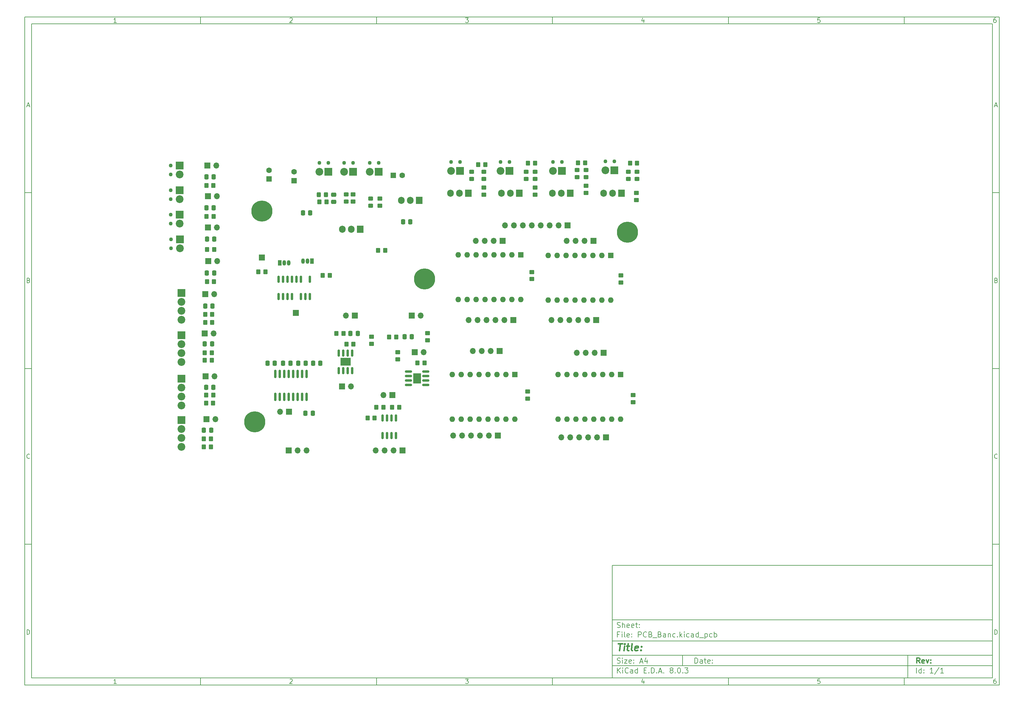
<source format=gbr>
%TF.GenerationSoftware,KiCad,Pcbnew,8.0.3*%
%TF.CreationDate,2024-09-18T10:17:04+02:00*%
%TF.ProjectId,PCB_Banc,5043425f-4261-46e6-932e-6b696361645f,rev?*%
%TF.SameCoordinates,Original*%
%TF.FileFunction,Soldermask,Top*%
%TF.FilePolarity,Negative*%
%FSLAX46Y46*%
G04 Gerber Fmt 4.6, Leading zero omitted, Abs format (unit mm)*
G04 Created by KiCad (PCBNEW 8.0.3) date 2024-09-18 10:17:04*
%MOMM*%
%LPD*%
G01*
G04 APERTURE LIST*
G04 Aperture macros list*
%AMRoundRect*
0 Rectangle with rounded corners*
0 $1 Rounding radius*
0 $2 $3 $4 $5 $6 $7 $8 $9 X,Y pos of 4 corners*
0 Add a 4 corners polygon primitive as box body*
4,1,4,$2,$3,$4,$5,$6,$7,$8,$9,$2,$3,0*
0 Add four circle primitives for the rounded corners*
1,1,$1+$1,$2,$3*
1,1,$1+$1,$4,$5*
1,1,$1+$1,$6,$7*
1,1,$1+$1,$8,$9*
0 Add four rect primitives between the rounded corners*
20,1,$1+$1,$2,$3,$4,$5,0*
20,1,$1+$1,$4,$5,$6,$7,0*
20,1,$1+$1,$6,$7,$8,$9,0*
20,1,$1+$1,$8,$9,$2,$3,0*%
G04 Aperture macros list end*
%ADD10C,0.100000*%
%ADD11C,0.150000*%
%ADD12C,0.300000*%
%ADD13C,0.400000*%
%ADD14RoundRect,0.250000X-0.450000X0.350000X-0.450000X-0.350000X0.450000X-0.350000X0.450000X0.350000X0*%
%ADD15RoundRect,0.250000X-0.337500X-0.475000X0.337500X-0.475000X0.337500X0.475000X-0.337500X0.475000X0*%
%ADD16R,1.700000X1.700000*%
%ADD17O,1.700000X1.700000*%
%ADD18RoundRect,0.250000X-0.350000X-0.450000X0.350000X-0.450000X0.350000X0.450000X-0.350000X0.450000X0*%
%ADD19RoundRect,0.250000X0.450000X-0.350000X0.450000X0.350000X-0.450000X0.350000X-0.450000X-0.350000X0*%
%ADD20C,1.100000*%
%ADD21R,2.200000X2.200000*%
%ADD22C,2.200000*%
%ADD23RoundRect,0.250000X0.450000X-0.325000X0.450000X0.325000X-0.450000X0.325000X-0.450000X-0.325000X0*%
%ADD24C,6.000000*%
%ADD25R,1.050000X1.500000*%
%ADD26O,1.050000X1.500000*%
%ADD27RoundRect,0.150000X-0.150000X0.825000X-0.150000X-0.825000X0.150000X-0.825000X0.150000X0.825000X0*%
%ADD28R,3.000000X2.290000*%
%ADD29R,1.600000X1.600000*%
%ADD30C,1.600000*%
%ADD31R,1.905000X2.000000*%
%ADD32O,1.905000X2.000000*%
%ADD33O,1.600000X1.600000*%
%ADD34RoundRect,0.250000X-0.475000X0.337500X-0.475000X-0.337500X0.475000X-0.337500X0.475000X0.337500X0*%
%ADD35RoundRect,0.250000X0.350000X0.450000X-0.350000X0.450000X-0.350000X-0.450000X0.350000X-0.450000X0*%
%ADD36RoundRect,0.250000X0.337500X0.475000X-0.337500X0.475000X-0.337500X-0.475000X0.337500X-0.475000X0*%
%ADD37RoundRect,0.250000X-0.450000X0.325000X-0.450000X-0.325000X0.450000X-0.325000X0.450000X0.325000X0*%
%ADD38RoundRect,0.150000X-0.825000X-0.150000X0.825000X-0.150000X0.825000X0.150000X-0.825000X0.150000X0*%
%ADD39R,2.290000X3.000000*%
%ADD40RoundRect,0.250000X-0.325000X-0.450000X0.325000X-0.450000X0.325000X0.450000X-0.325000X0.450000X0*%
%ADD41RoundRect,0.150000X-0.150000X1.050000X-0.150000X-1.050000X0.150000X-1.050000X0.150000X1.050000X0*%
%ADD42RoundRect,0.150000X0.150000X-0.825000X0.150000X0.825000X-0.150000X0.825000X-0.150000X-0.825000X0*%
G04 APERTURE END LIST*
D10*
D11*
X177002200Y-166007200D02*
X285002200Y-166007200D01*
X285002200Y-198007200D01*
X177002200Y-198007200D01*
X177002200Y-166007200D01*
D10*
D11*
X10000000Y-10000000D02*
X287002200Y-10000000D01*
X287002200Y-200007200D01*
X10000000Y-200007200D01*
X10000000Y-10000000D01*
D10*
D11*
X12000000Y-12000000D02*
X285002200Y-12000000D01*
X285002200Y-198007200D01*
X12000000Y-198007200D01*
X12000000Y-12000000D01*
D10*
D11*
X60000000Y-12000000D02*
X60000000Y-10000000D01*
D10*
D11*
X110000000Y-12000000D02*
X110000000Y-10000000D01*
D10*
D11*
X160000000Y-12000000D02*
X160000000Y-10000000D01*
D10*
D11*
X210000000Y-12000000D02*
X210000000Y-10000000D01*
D10*
D11*
X260000000Y-12000000D02*
X260000000Y-10000000D01*
D10*
D11*
X36089160Y-11593604D02*
X35346303Y-11593604D01*
X35717731Y-11593604D02*
X35717731Y-10293604D01*
X35717731Y-10293604D02*
X35593922Y-10479319D01*
X35593922Y-10479319D02*
X35470112Y-10603128D01*
X35470112Y-10603128D02*
X35346303Y-10665033D01*
D10*
D11*
X85346303Y-10417414D02*
X85408207Y-10355509D01*
X85408207Y-10355509D02*
X85532017Y-10293604D01*
X85532017Y-10293604D02*
X85841541Y-10293604D01*
X85841541Y-10293604D02*
X85965350Y-10355509D01*
X85965350Y-10355509D02*
X86027255Y-10417414D01*
X86027255Y-10417414D02*
X86089160Y-10541223D01*
X86089160Y-10541223D02*
X86089160Y-10665033D01*
X86089160Y-10665033D02*
X86027255Y-10850747D01*
X86027255Y-10850747D02*
X85284398Y-11593604D01*
X85284398Y-11593604D02*
X86089160Y-11593604D01*
D10*
D11*
X135284398Y-10293604D02*
X136089160Y-10293604D01*
X136089160Y-10293604D02*
X135655826Y-10788842D01*
X135655826Y-10788842D02*
X135841541Y-10788842D01*
X135841541Y-10788842D02*
X135965350Y-10850747D01*
X135965350Y-10850747D02*
X136027255Y-10912652D01*
X136027255Y-10912652D02*
X136089160Y-11036461D01*
X136089160Y-11036461D02*
X136089160Y-11345985D01*
X136089160Y-11345985D02*
X136027255Y-11469795D01*
X136027255Y-11469795D02*
X135965350Y-11531700D01*
X135965350Y-11531700D02*
X135841541Y-11593604D01*
X135841541Y-11593604D02*
X135470112Y-11593604D01*
X135470112Y-11593604D02*
X135346303Y-11531700D01*
X135346303Y-11531700D02*
X135284398Y-11469795D01*
D10*
D11*
X185965350Y-10726938D02*
X185965350Y-11593604D01*
X185655826Y-10231700D02*
X185346303Y-11160271D01*
X185346303Y-11160271D02*
X186151064Y-11160271D01*
D10*
D11*
X236027255Y-10293604D02*
X235408207Y-10293604D01*
X235408207Y-10293604D02*
X235346303Y-10912652D01*
X235346303Y-10912652D02*
X235408207Y-10850747D01*
X235408207Y-10850747D02*
X235532017Y-10788842D01*
X235532017Y-10788842D02*
X235841541Y-10788842D01*
X235841541Y-10788842D02*
X235965350Y-10850747D01*
X235965350Y-10850747D02*
X236027255Y-10912652D01*
X236027255Y-10912652D02*
X236089160Y-11036461D01*
X236089160Y-11036461D02*
X236089160Y-11345985D01*
X236089160Y-11345985D02*
X236027255Y-11469795D01*
X236027255Y-11469795D02*
X235965350Y-11531700D01*
X235965350Y-11531700D02*
X235841541Y-11593604D01*
X235841541Y-11593604D02*
X235532017Y-11593604D01*
X235532017Y-11593604D02*
X235408207Y-11531700D01*
X235408207Y-11531700D02*
X235346303Y-11469795D01*
D10*
D11*
X285965350Y-10293604D02*
X285717731Y-10293604D01*
X285717731Y-10293604D02*
X285593922Y-10355509D01*
X285593922Y-10355509D02*
X285532017Y-10417414D01*
X285532017Y-10417414D02*
X285408207Y-10603128D01*
X285408207Y-10603128D02*
X285346303Y-10850747D01*
X285346303Y-10850747D02*
X285346303Y-11345985D01*
X285346303Y-11345985D02*
X285408207Y-11469795D01*
X285408207Y-11469795D02*
X285470112Y-11531700D01*
X285470112Y-11531700D02*
X285593922Y-11593604D01*
X285593922Y-11593604D02*
X285841541Y-11593604D01*
X285841541Y-11593604D02*
X285965350Y-11531700D01*
X285965350Y-11531700D02*
X286027255Y-11469795D01*
X286027255Y-11469795D02*
X286089160Y-11345985D01*
X286089160Y-11345985D02*
X286089160Y-11036461D01*
X286089160Y-11036461D02*
X286027255Y-10912652D01*
X286027255Y-10912652D02*
X285965350Y-10850747D01*
X285965350Y-10850747D02*
X285841541Y-10788842D01*
X285841541Y-10788842D02*
X285593922Y-10788842D01*
X285593922Y-10788842D02*
X285470112Y-10850747D01*
X285470112Y-10850747D02*
X285408207Y-10912652D01*
X285408207Y-10912652D02*
X285346303Y-11036461D01*
D10*
D11*
X60000000Y-198007200D02*
X60000000Y-200007200D01*
D10*
D11*
X110000000Y-198007200D02*
X110000000Y-200007200D01*
D10*
D11*
X160000000Y-198007200D02*
X160000000Y-200007200D01*
D10*
D11*
X210000000Y-198007200D02*
X210000000Y-200007200D01*
D10*
D11*
X260000000Y-198007200D02*
X260000000Y-200007200D01*
D10*
D11*
X36089160Y-199600804D02*
X35346303Y-199600804D01*
X35717731Y-199600804D02*
X35717731Y-198300804D01*
X35717731Y-198300804D02*
X35593922Y-198486519D01*
X35593922Y-198486519D02*
X35470112Y-198610328D01*
X35470112Y-198610328D02*
X35346303Y-198672233D01*
D10*
D11*
X85346303Y-198424614D02*
X85408207Y-198362709D01*
X85408207Y-198362709D02*
X85532017Y-198300804D01*
X85532017Y-198300804D02*
X85841541Y-198300804D01*
X85841541Y-198300804D02*
X85965350Y-198362709D01*
X85965350Y-198362709D02*
X86027255Y-198424614D01*
X86027255Y-198424614D02*
X86089160Y-198548423D01*
X86089160Y-198548423D02*
X86089160Y-198672233D01*
X86089160Y-198672233D02*
X86027255Y-198857947D01*
X86027255Y-198857947D02*
X85284398Y-199600804D01*
X85284398Y-199600804D02*
X86089160Y-199600804D01*
D10*
D11*
X135284398Y-198300804D02*
X136089160Y-198300804D01*
X136089160Y-198300804D02*
X135655826Y-198796042D01*
X135655826Y-198796042D02*
X135841541Y-198796042D01*
X135841541Y-198796042D02*
X135965350Y-198857947D01*
X135965350Y-198857947D02*
X136027255Y-198919852D01*
X136027255Y-198919852D02*
X136089160Y-199043661D01*
X136089160Y-199043661D02*
X136089160Y-199353185D01*
X136089160Y-199353185D02*
X136027255Y-199476995D01*
X136027255Y-199476995D02*
X135965350Y-199538900D01*
X135965350Y-199538900D02*
X135841541Y-199600804D01*
X135841541Y-199600804D02*
X135470112Y-199600804D01*
X135470112Y-199600804D02*
X135346303Y-199538900D01*
X135346303Y-199538900D02*
X135284398Y-199476995D01*
D10*
D11*
X185965350Y-198734138D02*
X185965350Y-199600804D01*
X185655826Y-198238900D02*
X185346303Y-199167471D01*
X185346303Y-199167471D02*
X186151064Y-199167471D01*
D10*
D11*
X236027255Y-198300804D02*
X235408207Y-198300804D01*
X235408207Y-198300804D02*
X235346303Y-198919852D01*
X235346303Y-198919852D02*
X235408207Y-198857947D01*
X235408207Y-198857947D02*
X235532017Y-198796042D01*
X235532017Y-198796042D02*
X235841541Y-198796042D01*
X235841541Y-198796042D02*
X235965350Y-198857947D01*
X235965350Y-198857947D02*
X236027255Y-198919852D01*
X236027255Y-198919852D02*
X236089160Y-199043661D01*
X236089160Y-199043661D02*
X236089160Y-199353185D01*
X236089160Y-199353185D02*
X236027255Y-199476995D01*
X236027255Y-199476995D02*
X235965350Y-199538900D01*
X235965350Y-199538900D02*
X235841541Y-199600804D01*
X235841541Y-199600804D02*
X235532017Y-199600804D01*
X235532017Y-199600804D02*
X235408207Y-199538900D01*
X235408207Y-199538900D02*
X235346303Y-199476995D01*
D10*
D11*
X285965350Y-198300804D02*
X285717731Y-198300804D01*
X285717731Y-198300804D02*
X285593922Y-198362709D01*
X285593922Y-198362709D02*
X285532017Y-198424614D01*
X285532017Y-198424614D02*
X285408207Y-198610328D01*
X285408207Y-198610328D02*
X285346303Y-198857947D01*
X285346303Y-198857947D02*
X285346303Y-199353185D01*
X285346303Y-199353185D02*
X285408207Y-199476995D01*
X285408207Y-199476995D02*
X285470112Y-199538900D01*
X285470112Y-199538900D02*
X285593922Y-199600804D01*
X285593922Y-199600804D02*
X285841541Y-199600804D01*
X285841541Y-199600804D02*
X285965350Y-199538900D01*
X285965350Y-199538900D02*
X286027255Y-199476995D01*
X286027255Y-199476995D02*
X286089160Y-199353185D01*
X286089160Y-199353185D02*
X286089160Y-199043661D01*
X286089160Y-199043661D02*
X286027255Y-198919852D01*
X286027255Y-198919852D02*
X285965350Y-198857947D01*
X285965350Y-198857947D02*
X285841541Y-198796042D01*
X285841541Y-198796042D02*
X285593922Y-198796042D01*
X285593922Y-198796042D02*
X285470112Y-198857947D01*
X285470112Y-198857947D02*
X285408207Y-198919852D01*
X285408207Y-198919852D02*
X285346303Y-199043661D01*
D10*
D11*
X10000000Y-60000000D02*
X12000000Y-60000000D01*
D10*
D11*
X10000000Y-110000000D02*
X12000000Y-110000000D01*
D10*
D11*
X10000000Y-160000000D02*
X12000000Y-160000000D01*
D10*
D11*
X10690476Y-35222176D02*
X11309523Y-35222176D01*
X10566666Y-35593604D02*
X10999999Y-34293604D01*
X10999999Y-34293604D02*
X11433333Y-35593604D01*
D10*
D11*
X11092857Y-84912652D02*
X11278571Y-84974557D01*
X11278571Y-84974557D02*
X11340476Y-85036461D01*
X11340476Y-85036461D02*
X11402380Y-85160271D01*
X11402380Y-85160271D02*
X11402380Y-85345985D01*
X11402380Y-85345985D02*
X11340476Y-85469795D01*
X11340476Y-85469795D02*
X11278571Y-85531700D01*
X11278571Y-85531700D02*
X11154761Y-85593604D01*
X11154761Y-85593604D02*
X10659523Y-85593604D01*
X10659523Y-85593604D02*
X10659523Y-84293604D01*
X10659523Y-84293604D02*
X11092857Y-84293604D01*
X11092857Y-84293604D02*
X11216666Y-84355509D01*
X11216666Y-84355509D02*
X11278571Y-84417414D01*
X11278571Y-84417414D02*
X11340476Y-84541223D01*
X11340476Y-84541223D02*
X11340476Y-84665033D01*
X11340476Y-84665033D02*
X11278571Y-84788842D01*
X11278571Y-84788842D02*
X11216666Y-84850747D01*
X11216666Y-84850747D02*
X11092857Y-84912652D01*
X11092857Y-84912652D02*
X10659523Y-84912652D01*
D10*
D11*
X11402380Y-135469795D02*
X11340476Y-135531700D01*
X11340476Y-135531700D02*
X11154761Y-135593604D01*
X11154761Y-135593604D02*
X11030952Y-135593604D01*
X11030952Y-135593604D02*
X10845238Y-135531700D01*
X10845238Y-135531700D02*
X10721428Y-135407890D01*
X10721428Y-135407890D02*
X10659523Y-135284080D01*
X10659523Y-135284080D02*
X10597619Y-135036461D01*
X10597619Y-135036461D02*
X10597619Y-134850747D01*
X10597619Y-134850747D02*
X10659523Y-134603128D01*
X10659523Y-134603128D02*
X10721428Y-134479319D01*
X10721428Y-134479319D02*
X10845238Y-134355509D01*
X10845238Y-134355509D02*
X11030952Y-134293604D01*
X11030952Y-134293604D02*
X11154761Y-134293604D01*
X11154761Y-134293604D02*
X11340476Y-134355509D01*
X11340476Y-134355509D02*
X11402380Y-134417414D01*
D10*
D11*
X10659523Y-185593604D02*
X10659523Y-184293604D01*
X10659523Y-184293604D02*
X10969047Y-184293604D01*
X10969047Y-184293604D02*
X11154761Y-184355509D01*
X11154761Y-184355509D02*
X11278571Y-184479319D01*
X11278571Y-184479319D02*
X11340476Y-184603128D01*
X11340476Y-184603128D02*
X11402380Y-184850747D01*
X11402380Y-184850747D02*
X11402380Y-185036461D01*
X11402380Y-185036461D02*
X11340476Y-185284080D01*
X11340476Y-185284080D02*
X11278571Y-185407890D01*
X11278571Y-185407890D02*
X11154761Y-185531700D01*
X11154761Y-185531700D02*
X10969047Y-185593604D01*
X10969047Y-185593604D02*
X10659523Y-185593604D01*
D10*
D11*
X287002200Y-60000000D02*
X285002200Y-60000000D01*
D10*
D11*
X287002200Y-110000000D02*
X285002200Y-110000000D01*
D10*
D11*
X287002200Y-160000000D02*
X285002200Y-160000000D01*
D10*
D11*
X285692676Y-35222176D02*
X286311723Y-35222176D01*
X285568866Y-35593604D02*
X286002199Y-34293604D01*
X286002199Y-34293604D02*
X286435533Y-35593604D01*
D10*
D11*
X286095057Y-84912652D02*
X286280771Y-84974557D01*
X286280771Y-84974557D02*
X286342676Y-85036461D01*
X286342676Y-85036461D02*
X286404580Y-85160271D01*
X286404580Y-85160271D02*
X286404580Y-85345985D01*
X286404580Y-85345985D02*
X286342676Y-85469795D01*
X286342676Y-85469795D02*
X286280771Y-85531700D01*
X286280771Y-85531700D02*
X286156961Y-85593604D01*
X286156961Y-85593604D02*
X285661723Y-85593604D01*
X285661723Y-85593604D02*
X285661723Y-84293604D01*
X285661723Y-84293604D02*
X286095057Y-84293604D01*
X286095057Y-84293604D02*
X286218866Y-84355509D01*
X286218866Y-84355509D02*
X286280771Y-84417414D01*
X286280771Y-84417414D02*
X286342676Y-84541223D01*
X286342676Y-84541223D02*
X286342676Y-84665033D01*
X286342676Y-84665033D02*
X286280771Y-84788842D01*
X286280771Y-84788842D02*
X286218866Y-84850747D01*
X286218866Y-84850747D02*
X286095057Y-84912652D01*
X286095057Y-84912652D02*
X285661723Y-84912652D01*
D10*
D11*
X286404580Y-135469795D02*
X286342676Y-135531700D01*
X286342676Y-135531700D02*
X286156961Y-135593604D01*
X286156961Y-135593604D02*
X286033152Y-135593604D01*
X286033152Y-135593604D02*
X285847438Y-135531700D01*
X285847438Y-135531700D02*
X285723628Y-135407890D01*
X285723628Y-135407890D02*
X285661723Y-135284080D01*
X285661723Y-135284080D02*
X285599819Y-135036461D01*
X285599819Y-135036461D02*
X285599819Y-134850747D01*
X285599819Y-134850747D02*
X285661723Y-134603128D01*
X285661723Y-134603128D02*
X285723628Y-134479319D01*
X285723628Y-134479319D02*
X285847438Y-134355509D01*
X285847438Y-134355509D02*
X286033152Y-134293604D01*
X286033152Y-134293604D02*
X286156961Y-134293604D01*
X286156961Y-134293604D02*
X286342676Y-134355509D01*
X286342676Y-134355509D02*
X286404580Y-134417414D01*
D10*
D11*
X285661723Y-185593604D02*
X285661723Y-184293604D01*
X285661723Y-184293604D02*
X285971247Y-184293604D01*
X285971247Y-184293604D02*
X286156961Y-184355509D01*
X286156961Y-184355509D02*
X286280771Y-184479319D01*
X286280771Y-184479319D02*
X286342676Y-184603128D01*
X286342676Y-184603128D02*
X286404580Y-184850747D01*
X286404580Y-184850747D02*
X286404580Y-185036461D01*
X286404580Y-185036461D02*
X286342676Y-185284080D01*
X286342676Y-185284080D02*
X286280771Y-185407890D01*
X286280771Y-185407890D02*
X286156961Y-185531700D01*
X286156961Y-185531700D02*
X285971247Y-185593604D01*
X285971247Y-185593604D02*
X285661723Y-185593604D01*
D10*
D11*
X200458026Y-193793328D02*
X200458026Y-192293328D01*
X200458026Y-192293328D02*
X200815169Y-192293328D01*
X200815169Y-192293328D02*
X201029455Y-192364757D01*
X201029455Y-192364757D02*
X201172312Y-192507614D01*
X201172312Y-192507614D02*
X201243741Y-192650471D01*
X201243741Y-192650471D02*
X201315169Y-192936185D01*
X201315169Y-192936185D02*
X201315169Y-193150471D01*
X201315169Y-193150471D02*
X201243741Y-193436185D01*
X201243741Y-193436185D02*
X201172312Y-193579042D01*
X201172312Y-193579042D02*
X201029455Y-193721900D01*
X201029455Y-193721900D02*
X200815169Y-193793328D01*
X200815169Y-193793328D02*
X200458026Y-193793328D01*
X202600884Y-193793328D02*
X202600884Y-193007614D01*
X202600884Y-193007614D02*
X202529455Y-192864757D01*
X202529455Y-192864757D02*
X202386598Y-192793328D01*
X202386598Y-192793328D02*
X202100884Y-192793328D01*
X202100884Y-192793328D02*
X201958026Y-192864757D01*
X202600884Y-193721900D02*
X202458026Y-193793328D01*
X202458026Y-193793328D02*
X202100884Y-193793328D01*
X202100884Y-193793328D02*
X201958026Y-193721900D01*
X201958026Y-193721900D02*
X201886598Y-193579042D01*
X201886598Y-193579042D02*
X201886598Y-193436185D01*
X201886598Y-193436185D02*
X201958026Y-193293328D01*
X201958026Y-193293328D02*
X202100884Y-193221900D01*
X202100884Y-193221900D02*
X202458026Y-193221900D01*
X202458026Y-193221900D02*
X202600884Y-193150471D01*
X203100884Y-192793328D02*
X203672312Y-192793328D01*
X203315169Y-192293328D02*
X203315169Y-193579042D01*
X203315169Y-193579042D02*
X203386598Y-193721900D01*
X203386598Y-193721900D02*
X203529455Y-193793328D01*
X203529455Y-193793328D02*
X203672312Y-193793328D01*
X204743741Y-193721900D02*
X204600884Y-193793328D01*
X204600884Y-193793328D02*
X204315170Y-193793328D01*
X204315170Y-193793328D02*
X204172312Y-193721900D01*
X204172312Y-193721900D02*
X204100884Y-193579042D01*
X204100884Y-193579042D02*
X204100884Y-193007614D01*
X204100884Y-193007614D02*
X204172312Y-192864757D01*
X204172312Y-192864757D02*
X204315170Y-192793328D01*
X204315170Y-192793328D02*
X204600884Y-192793328D01*
X204600884Y-192793328D02*
X204743741Y-192864757D01*
X204743741Y-192864757D02*
X204815170Y-193007614D01*
X204815170Y-193007614D02*
X204815170Y-193150471D01*
X204815170Y-193150471D02*
X204100884Y-193293328D01*
X205458026Y-193650471D02*
X205529455Y-193721900D01*
X205529455Y-193721900D02*
X205458026Y-193793328D01*
X205458026Y-193793328D02*
X205386598Y-193721900D01*
X205386598Y-193721900D02*
X205458026Y-193650471D01*
X205458026Y-193650471D02*
X205458026Y-193793328D01*
X205458026Y-192864757D02*
X205529455Y-192936185D01*
X205529455Y-192936185D02*
X205458026Y-193007614D01*
X205458026Y-193007614D02*
X205386598Y-192936185D01*
X205386598Y-192936185D02*
X205458026Y-192864757D01*
X205458026Y-192864757D02*
X205458026Y-193007614D01*
D10*
D11*
X177002200Y-194507200D02*
X285002200Y-194507200D01*
D10*
D11*
X178458026Y-196593328D02*
X178458026Y-195093328D01*
X179315169Y-196593328D02*
X178672312Y-195736185D01*
X179315169Y-195093328D02*
X178458026Y-195950471D01*
X179958026Y-196593328D02*
X179958026Y-195593328D01*
X179958026Y-195093328D02*
X179886598Y-195164757D01*
X179886598Y-195164757D02*
X179958026Y-195236185D01*
X179958026Y-195236185D02*
X180029455Y-195164757D01*
X180029455Y-195164757D02*
X179958026Y-195093328D01*
X179958026Y-195093328D02*
X179958026Y-195236185D01*
X181529455Y-196450471D02*
X181458027Y-196521900D01*
X181458027Y-196521900D02*
X181243741Y-196593328D01*
X181243741Y-196593328D02*
X181100884Y-196593328D01*
X181100884Y-196593328D02*
X180886598Y-196521900D01*
X180886598Y-196521900D02*
X180743741Y-196379042D01*
X180743741Y-196379042D02*
X180672312Y-196236185D01*
X180672312Y-196236185D02*
X180600884Y-195950471D01*
X180600884Y-195950471D02*
X180600884Y-195736185D01*
X180600884Y-195736185D02*
X180672312Y-195450471D01*
X180672312Y-195450471D02*
X180743741Y-195307614D01*
X180743741Y-195307614D02*
X180886598Y-195164757D01*
X180886598Y-195164757D02*
X181100884Y-195093328D01*
X181100884Y-195093328D02*
X181243741Y-195093328D01*
X181243741Y-195093328D02*
X181458027Y-195164757D01*
X181458027Y-195164757D02*
X181529455Y-195236185D01*
X182815170Y-196593328D02*
X182815170Y-195807614D01*
X182815170Y-195807614D02*
X182743741Y-195664757D01*
X182743741Y-195664757D02*
X182600884Y-195593328D01*
X182600884Y-195593328D02*
X182315170Y-195593328D01*
X182315170Y-195593328D02*
X182172312Y-195664757D01*
X182815170Y-196521900D02*
X182672312Y-196593328D01*
X182672312Y-196593328D02*
X182315170Y-196593328D01*
X182315170Y-196593328D02*
X182172312Y-196521900D01*
X182172312Y-196521900D02*
X182100884Y-196379042D01*
X182100884Y-196379042D02*
X182100884Y-196236185D01*
X182100884Y-196236185D02*
X182172312Y-196093328D01*
X182172312Y-196093328D02*
X182315170Y-196021900D01*
X182315170Y-196021900D02*
X182672312Y-196021900D01*
X182672312Y-196021900D02*
X182815170Y-195950471D01*
X184172313Y-196593328D02*
X184172313Y-195093328D01*
X184172313Y-196521900D02*
X184029455Y-196593328D01*
X184029455Y-196593328D02*
X183743741Y-196593328D01*
X183743741Y-196593328D02*
X183600884Y-196521900D01*
X183600884Y-196521900D02*
X183529455Y-196450471D01*
X183529455Y-196450471D02*
X183458027Y-196307614D01*
X183458027Y-196307614D02*
X183458027Y-195879042D01*
X183458027Y-195879042D02*
X183529455Y-195736185D01*
X183529455Y-195736185D02*
X183600884Y-195664757D01*
X183600884Y-195664757D02*
X183743741Y-195593328D01*
X183743741Y-195593328D02*
X184029455Y-195593328D01*
X184029455Y-195593328D02*
X184172313Y-195664757D01*
X186029455Y-195807614D02*
X186529455Y-195807614D01*
X186743741Y-196593328D02*
X186029455Y-196593328D01*
X186029455Y-196593328D02*
X186029455Y-195093328D01*
X186029455Y-195093328D02*
X186743741Y-195093328D01*
X187386598Y-196450471D02*
X187458027Y-196521900D01*
X187458027Y-196521900D02*
X187386598Y-196593328D01*
X187386598Y-196593328D02*
X187315170Y-196521900D01*
X187315170Y-196521900D02*
X187386598Y-196450471D01*
X187386598Y-196450471D02*
X187386598Y-196593328D01*
X188100884Y-196593328D02*
X188100884Y-195093328D01*
X188100884Y-195093328D02*
X188458027Y-195093328D01*
X188458027Y-195093328D02*
X188672313Y-195164757D01*
X188672313Y-195164757D02*
X188815170Y-195307614D01*
X188815170Y-195307614D02*
X188886599Y-195450471D01*
X188886599Y-195450471D02*
X188958027Y-195736185D01*
X188958027Y-195736185D02*
X188958027Y-195950471D01*
X188958027Y-195950471D02*
X188886599Y-196236185D01*
X188886599Y-196236185D02*
X188815170Y-196379042D01*
X188815170Y-196379042D02*
X188672313Y-196521900D01*
X188672313Y-196521900D02*
X188458027Y-196593328D01*
X188458027Y-196593328D02*
X188100884Y-196593328D01*
X189600884Y-196450471D02*
X189672313Y-196521900D01*
X189672313Y-196521900D02*
X189600884Y-196593328D01*
X189600884Y-196593328D02*
X189529456Y-196521900D01*
X189529456Y-196521900D02*
X189600884Y-196450471D01*
X189600884Y-196450471D02*
X189600884Y-196593328D01*
X190243742Y-196164757D02*
X190958028Y-196164757D01*
X190100885Y-196593328D02*
X190600885Y-195093328D01*
X190600885Y-195093328D02*
X191100885Y-196593328D01*
X191600884Y-196450471D02*
X191672313Y-196521900D01*
X191672313Y-196521900D02*
X191600884Y-196593328D01*
X191600884Y-196593328D02*
X191529456Y-196521900D01*
X191529456Y-196521900D02*
X191600884Y-196450471D01*
X191600884Y-196450471D02*
X191600884Y-196593328D01*
X193672313Y-195736185D02*
X193529456Y-195664757D01*
X193529456Y-195664757D02*
X193458027Y-195593328D01*
X193458027Y-195593328D02*
X193386599Y-195450471D01*
X193386599Y-195450471D02*
X193386599Y-195379042D01*
X193386599Y-195379042D02*
X193458027Y-195236185D01*
X193458027Y-195236185D02*
X193529456Y-195164757D01*
X193529456Y-195164757D02*
X193672313Y-195093328D01*
X193672313Y-195093328D02*
X193958027Y-195093328D01*
X193958027Y-195093328D02*
X194100885Y-195164757D01*
X194100885Y-195164757D02*
X194172313Y-195236185D01*
X194172313Y-195236185D02*
X194243742Y-195379042D01*
X194243742Y-195379042D02*
X194243742Y-195450471D01*
X194243742Y-195450471D02*
X194172313Y-195593328D01*
X194172313Y-195593328D02*
X194100885Y-195664757D01*
X194100885Y-195664757D02*
X193958027Y-195736185D01*
X193958027Y-195736185D02*
X193672313Y-195736185D01*
X193672313Y-195736185D02*
X193529456Y-195807614D01*
X193529456Y-195807614D02*
X193458027Y-195879042D01*
X193458027Y-195879042D02*
X193386599Y-196021900D01*
X193386599Y-196021900D02*
X193386599Y-196307614D01*
X193386599Y-196307614D02*
X193458027Y-196450471D01*
X193458027Y-196450471D02*
X193529456Y-196521900D01*
X193529456Y-196521900D02*
X193672313Y-196593328D01*
X193672313Y-196593328D02*
X193958027Y-196593328D01*
X193958027Y-196593328D02*
X194100885Y-196521900D01*
X194100885Y-196521900D02*
X194172313Y-196450471D01*
X194172313Y-196450471D02*
X194243742Y-196307614D01*
X194243742Y-196307614D02*
X194243742Y-196021900D01*
X194243742Y-196021900D02*
X194172313Y-195879042D01*
X194172313Y-195879042D02*
X194100885Y-195807614D01*
X194100885Y-195807614D02*
X193958027Y-195736185D01*
X194886598Y-196450471D02*
X194958027Y-196521900D01*
X194958027Y-196521900D02*
X194886598Y-196593328D01*
X194886598Y-196593328D02*
X194815170Y-196521900D01*
X194815170Y-196521900D02*
X194886598Y-196450471D01*
X194886598Y-196450471D02*
X194886598Y-196593328D01*
X195886599Y-195093328D02*
X196029456Y-195093328D01*
X196029456Y-195093328D02*
X196172313Y-195164757D01*
X196172313Y-195164757D02*
X196243742Y-195236185D01*
X196243742Y-195236185D02*
X196315170Y-195379042D01*
X196315170Y-195379042D02*
X196386599Y-195664757D01*
X196386599Y-195664757D02*
X196386599Y-196021900D01*
X196386599Y-196021900D02*
X196315170Y-196307614D01*
X196315170Y-196307614D02*
X196243742Y-196450471D01*
X196243742Y-196450471D02*
X196172313Y-196521900D01*
X196172313Y-196521900D02*
X196029456Y-196593328D01*
X196029456Y-196593328D02*
X195886599Y-196593328D01*
X195886599Y-196593328D02*
X195743742Y-196521900D01*
X195743742Y-196521900D02*
X195672313Y-196450471D01*
X195672313Y-196450471D02*
X195600884Y-196307614D01*
X195600884Y-196307614D02*
X195529456Y-196021900D01*
X195529456Y-196021900D02*
X195529456Y-195664757D01*
X195529456Y-195664757D02*
X195600884Y-195379042D01*
X195600884Y-195379042D02*
X195672313Y-195236185D01*
X195672313Y-195236185D02*
X195743742Y-195164757D01*
X195743742Y-195164757D02*
X195886599Y-195093328D01*
X197029455Y-196450471D02*
X197100884Y-196521900D01*
X197100884Y-196521900D02*
X197029455Y-196593328D01*
X197029455Y-196593328D02*
X196958027Y-196521900D01*
X196958027Y-196521900D02*
X197029455Y-196450471D01*
X197029455Y-196450471D02*
X197029455Y-196593328D01*
X197600884Y-195093328D02*
X198529456Y-195093328D01*
X198529456Y-195093328D02*
X198029456Y-195664757D01*
X198029456Y-195664757D02*
X198243741Y-195664757D01*
X198243741Y-195664757D02*
X198386599Y-195736185D01*
X198386599Y-195736185D02*
X198458027Y-195807614D01*
X198458027Y-195807614D02*
X198529456Y-195950471D01*
X198529456Y-195950471D02*
X198529456Y-196307614D01*
X198529456Y-196307614D02*
X198458027Y-196450471D01*
X198458027Y-196450471D02*
X198386599Y-196521900D01*
X198386599Y-196521900D02*
X198243741Y-196593328D01*
X198243741Y-196593328D02*
X197815170Y-196593328D01*
X197815170Y-196593328D02*
X197672313Y-196521900D01*
X197672313Y-196521900D02*
X197600884Y-196450471D01*
D10*
D11*
X177002200Y-191507200D02*
X285002200Y-191507200D01*
D10*
D12*
X264413853Y-193785528D02*
X263913853Y-193071242D01*
X263556710Y-193785528D02*
X263556710Y-192285528D01*
X263556710Y-192285528D02*
X264128139Y-192285528D01*
X264128139Y-192285528D02*
X264270996Y-192356957D01*
X264270996Y-192356957D02*
X264342425Y-192428385D01*
X264342425Y-192428385D02*
X264413853Y-192571242D01*
X264413853Y-192571242D02*
X264413853Y-192785528D01*
X264413853Y-192785528D02*
X264342425Y-192928385D01*
X264342425Y-192928385D02*
X264270996Y-192999814D01*
X264270996Y-192999814D02*
X264128139Y-193071242D01*
X264128139Y-193071242D02*
X263556710Y-193071242D01*
X265628139Y-193714100D02*
X265485282Y-193785528D01*
X265485282Y-193785528D02*
X265199568Y-193785528D01*
X265199568Y-193785528D02*
X265056710Y-193714100D01*
X265056710Y-193714100D02*
X264985282Y-193571242D01*
X264985282Y-193571242D02*
X264985282Y-192999814D01*
X264985282Y-192999814D02*
X265056710Y-192856957D01*
X265056710Y-192856957D02*
X265199568Y-192785528D01*
X265199568Y-192785528D02*
X265485282Y-192785528D01*
X265485282Y-192785528D02*
X265628139Y-192856957D01*
X265628139Y-192856957D02*
X265699568Y-192999814D01*
X265699568Y-192999814D02*
X265699568Y-193142671D01*
X265699568Y-193142671D02*
X264985282Y-193285528D01*
X266199567Y-192785528D02*
X266556710Y-193785528D01*
X266556710Y-193785528D02*
X266913853Y-192785528D01*
X267485281Y-193642671D02*
X267556710Y-193714100D01*
X267556710Y-193714100D02*
X267485281Y-193785528D01*
X267485281Y-193785528D02*
X267413853Y-193714100D01*
X267413853Y-193714100D02*
X267485281Y-193642671D01*
X267485281Y-193642671D02*
X267485281Y-193785528D01*
X267485281Y-192856957D02*
X267556710Y-192928385D01*
X267556710Y-192928385D02*
X267485281Y-192999814D01*
X267485281Y-192999814D02*
X267413853Y-192928385D01*
X267413853Y-192928385D02*
X267485281Y-192856957D01*
X267485281Y-192856957D02*
X267485281Y-192999814D01*
D10*
D11*
X178386598Y-193721900D02*
X178600884Y-193793328D01*
X178600884Y-193793328D02*
X178958026Y-193793328D01*
X178958026Y-193793328D02*
X179100884Y-193721900D01*
X179100884Y-193721900D02*
X179172312Y-193650471D01*
X179172312Y-193650471D02*
X179243741Y-193507614D01*
X179243741Y-193507614D02*
X179243741Y-193364757D01*
X179243741Y-193364757D02*
X179172312Y-193221900D01*
X179172312Y-193221900D02*
X179100884Y-193150471D01*
X179100884Y-193150471D02*
X178958026Y-193079042D01*
X178958026Y-193079042D02*
X178672312Y-193007614D01*
X178672312Y-193007614D02*
X178529455Y-192936185D01*
X178529455Y-192936185D02*
X178458026Y-192864757D01*
X178458026Y-192864757D02*
X178386598Y-192721900D01*
X178386598Y-192721900D02*
X178386598Y-192579042D01*
X178386598Y-192579042D02*
X178458026Y-192436185D01*
X178458026Y-192436185D02*
X178529455Y-192364757D01*
X178529455Y-192364757D02*
X178672312Y-192293328D01*
X178672312Y-192293328D02*
X179029455Y-192293328D01*
X179029455Y-192293328D02*
X179243741Y-192364757D01*
X179886597Y-193793328D02*
X179886597Y-192793328D01*
X179886597Y-192293328D02*
X179815169Y-192364757D01*
X179815169Y-192364757D02*
X179886597Y-192436185D01*
X179886597Y-192436185D02*
X179958026Y-192364757D01*
X179958026Y-192364757D02*
X179886597Y-192293328D01*
X179886597Y-192293328D02*
X179886597Y-192436185D01*
X180458026Y-192793328D02*
X181243741Y-192793328D01*
X181243741Y-192793328D02*
X180458026Y-193793328D01*
X180458026Y-193793328D02*
X181243741Y-193793328D01*
X182386598Y-193721900D02*
X182243741Y-193793328D01*
X182243741Y-193793328D02*
X181958027Y-193793328D01*
X181958027Y-193793328D02*
X181815169Y-193721900D01*
X181815169Y-193721900D02*
X181743741Y-193579042D01*
X181743741Y-193579042D02*
X181743741Y-193007614D01*
X181743741Y-193007614D02*
X181815169Y-192864757D01*
X181815169Y-192864757D02*
X181958027Y-192793328D01*
X181958027Y-192793328D02*
X182243741Y-192793328D01*
X182243741Y-192793328D02*
X182386598Y-192864757D01*
X182386598Y-192864757D02*
X182458027Y-193007614D01*
X182458027Y-193007614D02*
X182458027Y-193150471D01*
X182458027Y-193150471D02*
X181743741Y-193293328D01*
X183100883Y-193650471D02*
X183172312Y-193721900D01*
X183172312Y-193721900D02*
X183100883Y-193793328D01*
X183100883Y-193793328D02*
X183029455Y-193721900D01*
X183029455Y-193721900D02*
X183100883Y-193650471D01*
X183100883Y-193650471D02*
X183100883Y-193793328D01*
X183100883Y-192864757D02*
X183172312Y-192936185D01*
X183172312Y-192936185D02*
X183100883Y-193007614D01*
X183100883Y-193007614D02*
X183029455Y-192936185D01*
X183029455Y-192936185D02*
X183100883Y-192864757D01*
X183100883Y-192864757D02*
X183100883Y-193007614D01*
X184886598Y-193364757D02*
X185600884Y-193364757D01*
X184743741Y-193793328D02*
X185243741Y-192293328D01*
X185243741Y-192293328D02*
X185743741Y-193793328D01*
X186886598Y-192793328D02*
X186886598Y-193793328D01*
X186529455Y-192221900D02*
X186172312Y-193293328D01*
X186172312Y-193293328D02*
X187100883Y-193293328D01*
D10*
D11*
X263458026Y-196593328D02*
X263458026Y-195093328D01*
X264815170Y-196593328D02*
X264815170Y-195093328D01*
X264815170Y-196521900D02*
X264672312Y-196593328D01*
X264672312Y-196593328D02*
X264386598Y-196593328D01*
X264386598Y-196593328D02*
X264243741Y-196521900D01*
X264243741Y-196521900D02*
X264172312Y-196450471D01*
X264172312Y-196450471D02*
X264100884Y-196307614D01*
X264100884Y-196307614D02*
X264100884Y-195879042D01*
X264100884Y-195879042D02*
X264172312Y-195736185D01*
X264172312Y-195736185D02*
X264243741Y-195664757D01*
X264243741Y-195664757D02*
X264386598Y-195593328D01*
X264386598Y-195593328D02*
X264672312Y-195593328D01*
X264672312Y-195593328D02*
X264815170Y-195664757D01*
X265529455Y-196450471D02*
X265600884Y-196521900D01*
X265600884Y-196521900D02*
X265529455Y-196593328D01*
X265529455Y-196593328D02*
X265458027Y-196521900D01*
X265458027Y-196521900D02*
X265529455Y-196450471D01*
X265529455Y-196450471D02*
X265529455Y-196593328D01*
X265529455Y-195664757D02*
X265600884Y-195736185D01*
X265600884Y-195736185D02*
X265529455Y-195807614D01*
X265529455Y-195807614D02*
X265458027Y-195736185D01*
X265458027Y-195736185D02*
X265529455Y-195664757D01*
X265529455Y-195664757D02*
X265529455Y-195807614D01*
X268172313Y-196593328D02*
X267315170Y-196593328D01*
X267743741Y-196593328D02*
X267743741Y-195093328D01*
X267743741Y-195093328D02*
X267600884Y-195307614D01*
X267600884Y-195307614D02*
X267458027Y-195450471D01*
X267458027Y-195450471D02*
X267315170Y-195521900D01*
X269886598Y-195021900D02*
X268600884Y-196950471D01*
X271172313Y-196593328D02*
X270315170Y-196593328D01*
X270743741Y-196593328D02*
X270743741Y-195093328D01*
X270743741Y-195093328D02*
X270600884Y-195307614D01*
X270600884Y-195307614D02*
X270458027Y-195450471D01*
X270458027Y-195450471D02*
X270315170Y-195521900D01*
D10*
D11*
X177002200Y-187507200D02*
X285002200Y-187507200D01*
D10*
D13*
X178693928Y-188211638D02*
X179836785Y-188211638D01*
X179015357Y-190211638D02*
X179265357Y-188211638D01*
X180253452Y-190211638D02*
X180420119Y-188878304D01*
X180503452Y-188211638D02*
X180396309Y-188306876D01*
X180396309Y-188306876D02*
X180479643Y-188402114D01*
X180479643Y-188402114D02*
X180586786Y-188306876D01*
X180586786Y-188306876D02*
X180503452Y-188211638D01*
X180503452Y-188211638D02*
X180479643Y-188402114D01*
X181086786Y-188878304D02*
X181848690Y-188878304D01*
X181455833Y-188211638D02*
X181241548Y-189925923D01*
X181241548Y-189925923D02*
X181312976Y-190116400D01*
X181312976Y-190116400D02*
X181491548Y-190211638D01*
X181491548Y-190211638D02*
X181682024Y-190211638D01*
X182634405Y-190211638D02*
X182455833Y-190116400D01*
X182455833Y-190116400D02*
X182384405Y-189925923D01*
X182384405Y-189925923D02*
X182598690Y-188211638D01*
X184170119Y-190116400D02*
X183967738Y-190211638D01*
X183967738Y-190211638D02*
X183586785Y-190211638D01*
X183586785Y-190211638D02*
X183408214Y-190116400D01*
X183408214Y-190116400D02*
X183336785Y-189925923D01*
X183336785Y-189925923D02*
X183432024Y-189164019D01*
X183432024Y-189164019D02*
X183551071Y-188973542D01*
X183551071Y-188973542D02*
X183753452Y-188878304D01*
X183753452Y-188878304D02*
X184134404Y-188878304D01*
X184134404Y-188878304D02*
X184312976Y-188973542D01*
X184312976Y-188973542D02*
X184384404Y-189164019D01*
X184384404Y-189164019D02*
X184360595Y-189354495D01*
X184360595Y-189354495D02*
X183384404Y-189544971D01*
X185134405Y-190021161D02*
X185217738Y-190116400D01*
X185217738Y-190116400D02*
X185110595Y-190211638D01*
X185110595Y-190211638D02*
X185027262Y-190116400D01*
X185027262Y-190116400D02*
X185134405Y-190021161D01*
X185134405Y-190021161D02*
X185110595Y-190211638D01*
X185265357Y-188973542D02*
X185348690Y-189068780D01*
X185348690Y-189068780D02*
X185241548Y-189164019D01*
X185241548Y-189164019D02*
X185158214Y-189068780D01*
X185158214Y-189068780D02*
X185265357Y-188973542D01*
X185265357Y-188973542D02*
X185241548Y-189164019D01*
D10*
D11*
X178958026Y-185607614D02*
X178458026Y-185607614D01*
X178458026Y-186393328D02*
X178458026Y-184893328D01*
X178458026Y-184893328D02*
X179172312Y-184893328D01*
X179743740Y-186393328D02*
X179743740Y-185393328D01*
X179743740Y-184893328D02*
X179672312Y-184964757D01*
X179672312Y-184964757D02*
X179743740Y-185036185D01*
X179743740Y-185036185D02*
X179815169Y-184964757D01*
X179815169Y-184964757D02*
X179743740Y-184893328D01*
X179743740Y-184893328D02*
X179743740Y-185036185D01*
X180672312Y-186393328D02*
X180529455Y-186321900D01*
X180529455Y-186321900D02*
X180458026Y-186179042D01*
X180458026Y-186179042D02*
X180458026Y-184893328D01*
X181815169Y-186321900D02*
X181672312Y-186393328D01*
X181672312Y-186393328D02*
X181386598Y-186393328D01*
X181386598Y-186393328D02*
X181243740Y-186321900D01*
X181243740Y-186321900D02*
X181172312Y-186179042D01*
X181172312Y-186179042D02*
X181172312Y-185607614D01*
X181172312Y-185607614D02*
X181243740Y-185464757D01*
X181243740Y-185464757D02*
X181386598Y-185393328D01*
X181386598Y-185393328D02*
X181672312Y-185393328D01*
X181672312Y-185393328D02*
X181815169Y-185464757D01*
X181815169Y-185464757D02*
X181886598Y-185607614D01*
X181886598Y-185607614D02*
X181886598Y-185750471D01*
X181886598Y-185750471D02*
X181172312Y-185893328D01*
X182529454Y-186250471D02*
X182600883Y-186321900D01*
X182600883Y-186321900D02*
X182529454Y-186393328D01*
X182529454Y-186393328D02*
X182458026Y-186321900D01*
X182458026Y-186321900D02*
X182529454Y-186250471D01*
X182529454Y-186250471D02*
X182529454Y-186393328D01*
X182529454Y-185464757D02*
X182600883Y-185536185D01*
X182600883Y-185536185D02*
X182529454Y-185607614D01*
X182529454Y-185607614D02*
X182458026Y-185536185D01*
X182458026Y-185536185D02*
X182529454Y-185464757D01*
X182529454Y-185464757D02*
X182529454Y-185607614D01*
X184386597Y-186393328D02*
X184386597Y-184893328D01*
X184386597Y-184893328D02*
X184958026Y-184893328D01*
X184958026Y-184893328D02*
X185100883Y-184964757D01*
X185100883Y-184964757D02*
X185172312Y-185036185D01*
X185172312Y-185036185D02*
X185243740Y-185179042D01*
X185243740Y-185179042D02*
X185243740Y-185393328D01*
X185243740Y-185393328D02*
X185172312Y-185536185D01*
X185172312Y-185536185D02*
X185100883Y-185607614D01*
X185100883Y-185607614D02*
X184958026Y-185679042D01*
X184958026Y-185679042D02*
X184386597Y-185679042D01*
X186743740Y-186250471D02*
X186672312Y-186321900D01*
X186672312Y-186321900D02*
X186458026Y-186393328D01*
X186458026Y-186393328D02*
X186315169Y-186393328D01*
X186315169Y-186393328D02*
X186100883Y-186321900D01*
X186100883Y-186321900D02*
X185958026Y-186179042D01*
X185958026Y-186179042D02*
X185886597Y-186036185D01*
X185886597Y-186036185D02*
X185815169Y-185750471D01*
X185815169Y-185750471D02*
X185815169Y-185536185D01*
X185815169Y-185536185D02*
X185886597Y-185250471D01*
X185886597Y-185250471D02*
X185958026Y-185107614D01*
X185958026Y-185107614D02*
X186100883Y-184964757D01*
X186100883Y-184964757D02*
X186315169Y-184893328D01*
X186315169Y-184893328D02*
X186458026Y-184893328D01*
X186458026Y-184893328D02*
X186672312Y-184964757D01*
X186672312Y-184964757D02*
X186743740Y-185036185D01*
X187886597Y-185607614D02*
X188100883Y-185679042D01*
X188100883Y-185679042D02*
X188172312Y-185750471D01*
X188172312Y-185750471D02*
X188243740Y-185893328D01*
X188243740Y-185893328D02*
X188243740Y-186107614D01*
X188243740Y-186107614D02*
X188172312Y-186250471D01*
X188172312Y-186250471D02*
X188100883Y-186321900D01*
X188100883Y-186321900D02*
X187958026Y-186393328D01*
X187958026Y-186393328D02*
X187386597Y-186393328D01*
X187386597Y-186393328D02*
X187386597Y-184893328D01*
X187386597Y-184893328D02*
X187886597Y-184893328D01*
X187886597Y-184893328D02*
X188029455Y-184964757D01*
X188029455Y-184964757D02*
X188100883Y-185036185D01*
X188100883Y-185036185D02*
X188172312Y-185179042D01*
X188172312Y-185179042D02*
X188172312Y-185321900D01*
X188172312Y-185321900D02*
X188100883Y-185464757D01*
X188100883Y-185464757D02*
X188029455Y-185536185D01*
X188029455Y-185536185D02*
X187886597Y-185607614D01*
X187886597Y-185607614D02*
X187386597Y-185607614D01*
X188529455Y-186536185D02*
X189672312Y-186536185D01*
X190529454Y-185607614D02*
X190743740Y-185679042D01*
X190743740Y-185679042D02*
X190815169Y-185750471D01*
X190815169Y-185750471D02*
X190886597Y-185893328D01*
X190886597Y-185893328D02*
X190886597Y-186107614D01*
X190886597Y-186107614D02*
X190815169Y-186250471D01*
X190815169Y-186250471D02*
X190743740Y-186321900D01*
X190743740Y-186321900D02*
X190600883Y-186393328D01*
X190600883Y-186393328D02*
X190029454Y-186393328D01*
X190029454Y-186393328D02*
X190029454Y-184893328D01*
X190029454Y-184893328D02*
X190529454Y-184893328D01*
X190529454Y-184893328D02*
X190672312Y-184964757D01*
X190672312Y-184964757D02*
X190743740Y-185036185D01*
X190743740Y-185036185D02*
X190815169Y-185179042D01*
X190815169Y-185179042D02*
X190815169Y-185321900D01*
X190815169Y-185321900D02*
X190743740Y-185464757D01*
X190743740Y-185464757D02*
X190672312Y-185536185D01*
X190672312Y-185536185D02*
X190529454Y-185607614D01*
X190529454Y-185607614D02*
X190029454Y-185607614D01*
X192172312Y-186393328D02*
X192172312Y-185607614D01*
X192172312Y-185607614D02*
X192100883Y-185464757D01*
X192100883Y-185464757D02*
X191958026Y-185393328D01*
X191958026Y-185393328D02*
X191672312Y-185393328D01*
X191672312Y-185393328D02*
X191529454Y-185464757D01*
X192172312Y-186321900D02*
X192029454Y-186393328D01*
X192029454Y-186393328D02*
X191672312Y-186393328D01*
X191672312Y-186393328D02*
X191529454Y-186321900D01*
X191529454Y-186321900D02*
X191458026Y-186179042D01*
X191458026Y-186179042D02*
X191458026Y-186036185D01*
X191458026Y-186036185D02*
X191529454Y-185893328D01*
X191529454Y-185893328D02*
X191672312Y-185821900D01*
X191672312Y-185821900D02*
X192029454Y-185821900D01*
X192029454Y-185821900D02*
X192172312Y-185750471D01*
X192886597Y-185393328D02*
X192886597Y-186393328D01*
X192886597Y-185536185D02*
X192958026Y-185464757D01*
X192958026Y-185464757D02*
X193100883Y-185393328D01*
X193100883Y-185393328D02*
X193315169Y-185393328D01*
X193315169Y-185393328D02*
X193458026Y-185464757D01*
X193458026Y-185464757D02*
X193529455Y-185607614D01*
X193529455Y-185607614D02*
X193529455Y-186393328D01*
X194886598Y-186321900D02*
X194743740Y-186393328D01*
X194743740Y-186393328D02*
X194458026Y-186393328D01*
X194458026Y-186393328D02*
X194315169Y-186321900D01*
X194315169Y-186321900D02*
X194243740Y-186250471D01*
X194243740Y-186250471D02*
X194172312Y-186107614D01*
X194172312Y-186107614D02*
X194172312Y-185679042D01*
X194172312Y-185679042D02*
X194243740Y-185536185D01*
X194243740Y-185536185D02*
X194315169Y-185464757D01*
X194315169Y-185464757D02*
X194458026Y-185393328D01*
X194458026Y-185393328D02*
X194743740Y-185393328D01*
X194743740Y-185393328D02*
X194886598Y-185464757D01*
X195529454Y-186250471D02*
X195600883Y-186321900D01*
X195600883Y-186321900D02*
X195529454Y-186393328D01*
X195529454Y-186393328D02*
X195458026Y-186321900D01*
X195458026Y-186321900D02*
X195529454Y-186250471D01*
X195529454Y-186250471D02*
X195529454Y-186393328D01*
X196243740Y-186393328D02*
X196243740Y-184893328D01*
X196386598Y-185821900D02*
X196815169Y-186393328D01*
X196815169Y-185393328D02*
X196243740Y-185964757D01*
X197458026Y-186393328D02*
X197458026Y-185393328D01*
X197458026Y-184893328D02*
X197386598Y-184964757D01*
X197386598Y-184964757D02*
X197458026Y-185036185D01*
X197458026Y-185036185D02*
X197529455Y-184964757D01*
X197529455Y-184964757D02*
X197458026Y-184893328D01*
X197458026Y-184893328D02*
X197458026Y-185036185D01*
X198815170Y-186321900D02*
X198672312Y-186393328D01*
X198672312Y-186393328D02*
X198386598Y-186393328D01*
X198386598Y-186393328D02*
X198243741Y-186321900D01*
X198243741Y-186321900D02*
X198172312Y-186250471D01*
X198172312Y-186250471D02*
X198100884Y-186107614D01*
X198100884Y-186107614D02*
X198100884Y-185679042D01*
X198100884Y-185679042D02*
X198172312Y-185536185D01*
X198172312Y-185536185D02*
X198243741Y-185464757D01*
X198243741Y-185464757D02*
X198386598Y-185393328D01*
X198386598Y-185393328D02*
X198672312Y-185393328D01*
X198672312Y-185393328D02*
X198815170Y-185464757D01*
X200100884Y-186393328D02*
X200100884Y-185607614D01*
X200100884Y-185607614D02*
X200029455Y-185464757D01*
X200029455Y-185464757D02*
X199886598Y-185393328D01*
X199886598Y-185393328D02*
X199600884Y-185393328D01*
X199600884Y-185393328D02*
X199458026Y-185464757D01*
X200100884Y-186321900D02*
X199958026Y-186393328D01*
X199958026Y-186393328D02*
X199600884Y-186393328D01*
X199600884Y-186393328D02*
X199458026Y-186321900D01*
X199458026Y-186321900D02*
X199386598Y-186179042D01*
X199386598Y-186179042D02*
X199386598Y-186036185D01*
X199386598Y-186036185D02*
X199458026Y-185893328D01*
X199458026Y-185893328D02*
X199600884Y-185821900D01*
X199600884Y-185821900D02*
X199958026Y-185821900D01*
X199958026Y-185821900D02*
X200100884Y-185750471D01*
X201458027Y-186393328D02*
X201458027Y-184893328D01*
X201458027Y-186321900D02*
X201315169Y-186393328D01*
X201315169Y-186393328D02*
X201029455Y-186393328D01*
X201029455Y-186393328D02*
X200886598Y-186321900D01*
X200886598Y-186321900D02*
X200815169Y-186250471D01*
X200815169Y-186250471D02*
X200743741Y-186107614D01*
X200743741Y-186107614D02*
X200743741Y-185679042D01*
X200743741Y-185679042D02*
X200815169Y-185536185D01*
X200815169Y-185536185D02*
X200886598Y-185464757D01*
X200886598Y-185464757D02*
X201029455Y-185393328D01*
X201029455Y-185393328D02*
X201315169Y-185393328D01*
X201315169Y-185393328D02*
X201458027Y-185464757D01*
X201815170Y-186536185D02*
X202958027Y-186536185D01*
X203315169Y-185393328D02*
X203315169Y-186893328D01*
X203315169Y-185464757D02*
X203458027Y-185393328D01*
X203458027Y-185393328D02*
X203743741Y-185393328D01*
X203743741Y-185393328D02*
X203886598Y-185464757D01*
X203886598Y-185464757D02*
X203958027Y-185536185D01*
X203958027Y-185536185D02*
X204029455Y-185679042D01*
X204029455Y-185679042D02*
X204029455Y-186107614D01*
X204029455Y-186107614D02*
X203958027Y-186250471D01*
X203958027Y-186250471D02*
X203886598Y-186321900D01*
X203886598Y-186321900D02*
X203743741Y-186393328D01*
X203743741Y-186393328D02*
X203458027Y-186393328D01*
X203458027Y-186393328D02*
X203315169Y-186321900D01*
X205315170Y-186321900D02*
X205172312Y-186393328D01*
X205172312Y-186393328D02*
X204886598Y-186393328D01*
X204886598Y-186393328D02*
X204743741Y-186321900D01*
X204743741Y-186321900D02*
X204672312Y-186250471D01*
X204672312Y-186250471D02*
X204600884Y-186107614D01*
X204600884Y-186107614D02*
X204600884Y-185679042D01*
X204600884Y-185679042D02*
X204672312Y-185536185D01*
X204672312Y-185536185D02*
X204743741Y-185464757D01*
X204743741Y-185464757D02*
X204886598Y-185393328D01*
X204886598Y-185393328D02*
X205172312Y-185393328D01*
X205172312Y-185393328D02*
X205315170Y-185464757D01*
X205958026Y-186393328D02*
X205958026Y-184893328D01*
X205958026Y-185464757D02*
X206100884Y-185393328D01*
X206100884Y-185393328D02*
X206386598Y-185393328D01*
X206386598Y-185393328D02*
X206529455Y-185464757D01*
X206529455Y-185464757D02*
X206600884Y-185536185D01*
X206600884Y-185536185D02*
X206672312Y-185679042D01*
X206672312Y-185679042D02*
X206672312Y-186107614D01*
X206672312Y-186107614D02*
X206600884Y-186250471D01*
X206600884Y-186250471D02*
X206529455Y-186321900D01*
X206529455Y-186321900D02*
X206386598Y-186393328D01*
X206386598Y-186393328D02*
X206100884Y-186393328D01*
X206100884Y-186393328D02*
X205958026Y-186321900D01*
D10*
D11*
X177002200Y-181507200D02*
X285002200Y-181507200D01*
D10*
D11*
X178386598Y-183621900D02*
X178600884Y-183693328D01*
X178600884Y-183693328D02*
X178958026Y-183693328D01*
X178958026Y-183693328D02*
X179100884Y-183621900D01*
X179100884Y-183621900D02*
X179172312Y-183550471D01*
X179172312Y-183550471D02*
X179243741Y-183407614D01*
X179243741Y-183407614D02*
X179243741Y-183264757D01*
X179243741Y-183264757D02*
X179172312Y-183121900D01*
X179172312Y-183121900D02*
X179100884Y-183050471D01*
X179100884Y-183050471D02*
X178958026Y-182979042D01*
X178958026Y-182979042D02*
X178672312Y-182907614D01*
X178672312Y-182907614D02*
X178529455Y-182836185D01*
X178529455Y-182836185D02*
X178458026Y-182764757D01*
X178458026Y-182764757D02*
X178386598Y-182621900D01*
X178386598Y-182621900D02*
X178386598Y-182479042D01*
X178386598Y-182479042D02*
X178458026Y-182336185D01*
X178458026Y-182336185D02*
X178529455Y-182264757D01*
X178529455Y-182264757D02*
X178672312Y-182193328D01*
X178672312Y-182193328D02*
X179029455Y-182193328D01*
X179029455Y-182193328D02*
X179243741Y-182264757D01*
X179886597Y-183693328D02*
X179886597Y-182193328D01*
X180529455Y-183693328D02*
X180529455Y-182907614D01*
X180529455Y-182907614D02*
X180458026Y-182764757D01*
X180458026Y-182764757D02*
X180315169Y-182693328D01*
X180315169Y-182693328D02*
X180100883Y-182693328D01*
X180100883Y-182693328D02*
X179958026Y-182764757D01*
X179958026Y-182764757D02*
X179886597Y-182836185D01*
X181815169Y-183621900D02*
X181672312Y-183693328D01*
X181672312Y-183693328D02*
X181386598Y-183693328D01*
X181386598Y-183693328D02*
X181243740Y-183621900D01*
X181243740Y-183621900D02*
X181172312Y-183479042D01*
X181172312Y-183479042D02*
X181172312Y-182907614D01*
X181172312Y-182907614D02*
X181243740Y-182764757D01*
X181243740Y-182764757D02*
X181386598Y-182693328D01*
X181386598Y-182693328D02*
X181672312Y-182693328D01*
X181672312Y-182693328D02*
X181815169Y-182764757D01*
X181815169Y-182764757D02*
X181886598Y-182907614D01*
X181886598Y-182907614D02*
X181886598Y-183050471D01*
X181886598Y-183050471D02*
X181172312Y-183193328D01*
X183100883Y-183621900D02*
X182958026Y-183693328D01*
X182958026Y-183693328D02*
X182672312Y-183693328D01*
X182672312Y-183693328D02*
X182529454Y-183621900D01*
X182529454Y-183621900D02*
X182458026Y-183479042D01*
X182458026Y-183479042D02*
X182458026Y-182907614D01*
X182458026Y-182907614D02*
X182529454Y-182764757D01*
X182529454Y-182764757D02*
X182672312Y-182693328D01*
X182672312Y-182693328D02*
X182958026Y-182693328D01*
X182958026Y-182693328D02*
X183100883Y-182764757D01*
X183100883Y-182764757D02*
X183172312Y-182907614D01*
X183172312Y-182907614D02*
X183172312Y-183050471D01*
X183172312Y-183050471D02*
X182458026Y-183193328D01*
X183600883Y-182693328D02*
X184172311Y-182693328D01*
X183815168Y-182193328D02*
X183815168Y-183479042D01*
X183815168Y-183479042D02*
X183886597Y-183621900D01*
X183886597Y-183621900D02*
X184029454Y-183693328D01*
X184029454Y-183693328D02*
X184172311Y-183693328D01*
X184672311Y-183550471D02*
X184743740Y-183621900D01*
X184743740Y-183621900D02*
X184672311Y-183693328D01*
X184672311Y-183693328D02*
X184600883Y-183621900D01*
X184600883Y-183621900D02*
X184672311Y-183550471D01*
X184672311Y-183550471D02*
X184672311Y-183693328D01*
X184672311Y-182764757D02*
X184743740Y-182836185D01*
X184743740Y-182836185D02*
X184672311Y-182907614D01*
X184672311Y-182907614D02*
X184600883Y-182836185D01*
X184600883Y-182836185D02*
X184672311Y-182764757D01*
X184672311Y-182764757D02*
X184672311Y-182907614D01*
D10*
D11*
X197002200Y-191507200D02*
X197002200Y-194507200D01*
D10*
D11*
X261002200Y-191507200D02*
X261002200Y-198007200D01*
D14*
%TO.C,R30*%
X103342000Y-60510000D03*
X103342000Y-62510000D03*
%TD*%
D15*
%TO.C,C13*%
X91966500Y-108454000D03*
X94041500Y-108454000D03*
%TD*%
D16*
%TO.C,J20*%
X103832000Y-94954000D03*
D17*
X101292000Y-94954000D03*
%TD*%
D18*
%TO.C,R6*%
X167290000Y-51528000D03*
X169290000Y-51528000D03*
%TD*%
D19*
%TO.C,R16*%
X152942000Y-118544000D03*
X152942000Y-116544000D03*
%TD*%
D20*
%TO.C,J10*%
X162641000Y-51270000D03*
X160101000Y-51270000D03*
D21*
X162641000Y-53810000D03*
D22*
X160101000Y-53810000D03*
%TD*%
D18*
%TO.C,R4*%
X153036000Y-51556000D03*
X155036000Y-51556000D03*
%TD*%
D23*
%TO.C,D5*%
X169536000Y-55581000D03*
X169536000Y-53531000D03*
%TD*%
D24*
%TO.C,H4*%
X75392000Y-125184000D03*
%TD*%
D20*
%TO.C,J33*%
X51556000Y-73258000D03*
X51556000Y-75798000D03*
D21*
X54096000Y-73258000D03*
D22*
X54096000Y-75798000D03*
%TD*%
D16*
%TO.C,J17*%
X61168000Y-100038000D03*
D17*
X63708000Y-100038000D03*
%TD*%
D25*
%TO.C,Q5*%
X91648000Y-79464000D03*
D26*
X90378000Y-79464000D03*
X89108000Y-79464000D03*
%TD*%
D25*
%TO.C,Q6*%
X82504000Y-79972000D03*
D26*
X83774000Y-79972000D03*
X85044000Y-79972000D03*
%TD*%
D27*
%TO.C,U5*%
X103090000Y-105626000D03*
X101820000Y-105626000D03*
X100550000Y-105626000D03*
X99280000Y-105626000D03*
X99280000Y-110576000D03*
X100550000Y-110576000D03*
X101820000Y-110576000D03*
X103090000Y-110576000D03*
D28*
X101185000Y-108101000D03*
%TD*%
D29*
%TO.C,C20*%
X114792000Y-55060000D03*
D30*
X117292000Y-55060000D03*
%TD*%
D31*
%TO.C,U7*%
X105364000Y-70391000D03*
D32*
X102824000Y-70391000D03*
X100284000Y-70391000D03*
%TD*%
D18*
%TO.C,R39*%
X110476000Y-76416000D03*
X112476000Y-76416000D03*
%TD*%
D15*
%TO.C,C19*%
X61797500Y-73162000D03*
X63872500Y-73162000D03*
%TD*%
%TO.C,C17*%
X60908500Y-127510000D03*
X62983500Y-127510000D03*
%TD*%
D31*
%TO.C,Q2*%
X150576000Y-60111000D03*
D32*
X148036000Y-60111000D03*
X145496000Y-60111000D03*
%TD*%
D29*
%TO.C,A4*%
X149332000Y-111704000D03*
D33*
X146792000Y-111704000D03*
X144252000Y-111704000D03*
X141712000Y-111704000D03*
X139172000Y-111704000D03*
X136632000Y-111704000D03*
X134092000Y-111704000D03*
X131552000Y-111704000D03*
X131552000Y-124404000D03*
X134092000Y-124404000D03*
X136632000Y-124404000D03*
X139172000Y-124404000D03*
X141712000Y-124404000D03*
X144252000Y-124404000D03*
X146792000Y-124404000D03*
X149332000Y-124404000D03*
%TD*%
D34*
%TO.C,C21*%
X97792000Y-60522500D03*
X97792000Y-62597500D03*
%TD*%
D35*
%TO.C,R36*%
X63311000Y-96863000D03*
X61311000Y-96863000D03*
%TD*%
D16*
%TO.C,J32*%
X77424000Y-78448000D03*
%TD*%
D18*
%TO.C,R40*%
X94728000Y-83528000D03*
X96728000Y-83528000D03*
%TD*%
D16*
%TO.C,J9*%
X164292000Y-69304000D03*
D17*
X161752000Y-69304000D03*
X159212000Y-69304000D03*
X156672000Y-69304000D03*
X154132000Y-69304000D03*
X151592000Y-69304000D03*
X149052000Y-69304000D03*
X146512000Y-69304000D03*
%TD*%
D18*
%TO.C,R25*%
X93792000Y-62560000D03*
X95792000Y-62560000D03*
%TD*%
D29*
%TO.C,C2*%
X79456000Y-56096000D03*
D30*
X79456000Y-53596000D03*
%TD*%
D16*
%TO.C,J15*%
X114522000Y-117544000D03*
D17*
X111982000Y-117544000D03*
%TD*%
D16*
%TO.C,J45*%
X85044000Y-133312000D03*
D17*
X87584000Y-133312000D03*
X90124000Y-133312000D03*
%TD*%
D18*
%TO.C,R9*%
X182036000Y-51556000D03*
X184036000Y-51556000D03*
%TD*%
D31*
%TO.C,U1*%
X122128000Y-62192000D03*
D32*
X119588000Y-62192000D03*
X117048000Y-62192000D03*
%TD*%
D16*
%TO.C,J22*%
X175189000Y-129527000D03*
D17*
X172649000Y-129527000D03*
X170109000Y-129527000D03*
X167569000Y-129527000D03*
X165029000Y-129527000D03*
X162489000Y-129527000D03*
%TD*%
D16*
%TO.C,J42*%
X62077000Y-69914000D03*
D17*
X64617000Y-69914000D03*
%TD*%
D19*
%TO.C,R15*%
X154132000Y-84544000D03*
X154132000Y-82544000D03*
%TD*%
D16*
%TO.C,J21*%
X172402000Y-96184000D03*
D17*
X169862000Y-96184000D03*
X167322000Y-96184000D03*
X164782000Y-96184000D03*
X162242000Y-96184000D03*
X159702000Y-96184000D03*
%TD*%
D36*
%TO.C,C15*%
X104657000Y-100044000D03*
X102582000Y-100044000D03*
%TD*%
D35*
%TO.C,R35*%
X63565000Y-119850000D03*
X61565000Y-119850000D03*
%TD*%
D15*
%TO.C,C14*%
X117949500Y-100929000D03*
X120024500Y-100929000D03*
%TD*%
D37*
%TO.C,D8*%
X181536000Y-54031000D03*
X181536000Y-56081000D03*
%TD*%
D23*
%TO.C,D3*%
X155036000Y-56081000D03*
X155036000Y-54031000D03*
%TD*%
D20*
%TO.C,J35*%
X51516000Y-66258000D03*
X51516000Y-68798000D03*
D21*
X54056000Y-66258000D03*
D22*
X54056000Y-68798000D03*
%TD*%
D20*
%TO.C,J2*%
X51516000Y-59258000D03*
X51516000Y-61798000D03*
D21*
X54056000Y-59258000D03*
D22*
X54056000Y-61798000D03*
%TD*%
D16*
%TO.C,J43*%
X61442000Y-112205000D03*
D17*
X63982000Y-112205000D03*
%TD*%
D18*
%TO.C,R33*%
X107442000Y-124044000D03*
X109442000Y-124044000D03*
%TD*%
D35*
%TO.C,R32*%
X111942000Y-121044000D03*
X109942000Y-121044000D03*
%TD*%
D19*
%TO.C,R14*%
X179402000Y-85544000D03*
X179402000Y-83544000D03*
%TD*%
D23*
%TO.C,D9*%
X108292000Y-63716000D03*
X108292000Y-61666000D03*
%TD*%
D20*
%TO.C,J3*%
X133685000Y-51270000D03*
X131145000Y-51270000D03*
D21*
X133685000Y-53810000D03*
D22*
X131145000Y-53810000D03*
%TD*%
D14*
%TO.C,R5*%
X155036000Y-58556000D03*
X155036000Y-60556000D03*
%TD*%
D29*
%TO.C,A2*%
X176522000Y-77844000D03*
D33*
X173982000Y-77844000D03*
X171442000Y-77844000D03*
X168902000Y-77844000D03*
X166362000Y-77844000D03*
X163822000Y-77844000D03*
X161282000Y-77844000D03*
X158742000Y-77844000D03*
X158742000Y-90544000D03*
X161282000Y-90544000D03*
X163822000Y-90544000D03*
X166362000Y-90544000D03*
X168902000Y-90544000D03*
X171442000Y-90544000D03*
X173982000Y-90544000D03*
X176522000Y-90544000D03*
%TD*%
D38*
%TO.C,U6*%
X119037000Y-110889000D03*
X119037000Y-112159000D03*
X119037000Y-113429000D03*
X119037000Y-114699000D03*
X123987000Y-114699000D03*
X123987000Y-113429000D03*
X123987000Y-112159000D03*
X123987000Y-110889000D03*
D39*
X121512000Y-112794000D03*
%TD*%
D16*
%TO.C,J40*%
X61950000Y-52261000D03*
D17*
X64490000Y-52261000D03*
%TD*%
D16*
%TO.C,J41*%
X62184000Y-79464000D03*
D17*
X64724000Y-79464000D03*
%TD*%
D37*
%TO.C,D6*%
X167036000Y-53531000D03*
X167036000Y-55581000D03*
%TD*%
D18*
%TO.C,R38*%
X76424000Y-82512000D03*
X78424000Y-82512000D03*
%TD*%
D35*
%TO.C,R37*%
X62914000Y-132296000D03*
X60914000Y-132296000D03*
%TD*%
D36*
%TO.C,C9*%
X89829000Y-108454000D03*
X87754000Y-108454000D03*
%TD*%
D35*
%TO.C,R27*%
X62946000Y-130010000D03*
X60946000Y-130010000D03*
%TD*%
D20*
%TO.C,J37*%
X103332000Y-51524000D03*
X100792000Y-51524000D03*
D21*
X103332000Y-54064000D03*
D22*
X100792000Y-54064000D03*
%TD*%
D40*
%TO.C,D10*%
X93607000Y-60560000D03*
X95657000Y-60560000D03*
%TD*%
D37*
%TO.C,D4*%
X152536000Y-54031000D03*
X152536000Y-56081000D03*
%TD*%
D36*
%TO.C,C4*%
X91161500Y-65748000D03*
X89086500Y-65748000D03*
%TD*%
D16*
%TO.C,J13*%
X145862000Y-73684000D03*
D17*
X143322000Y-73684000D03*
X140782000Y-73684000D03*
X138242000Y-73684000D03*
%TD*%
D20*
%TO.C,J1*%
X96292000Y-51524000D03*
X93752000Y-51524000D03*
D21*
X96292000Y-54064000D03*
D22*
X93752000Y-54064000D03*
%TD*%
D31*
%TO.C,Q3*%
X165076000Y-60111000D03*
D32*
X162536000Y-60111000D03*
X159996000Y-60111000D03*
%TD*%
D16*
%TO.C,J39*%
X62077000Y-61024000D03*
D17*
X64617000Y-61024000D03*
%TD*%
D14*
%TO.C,R10*%
X183876000Y-60056000D03*
X183876000Y-62056000D03*
%TD*%
D29*
%TO.C,C1*%
X86568000Y-56564000D03*
D30*
X86568000Y-54064000D03*
%TD*%
D16*
%TO.C,J23*%
X119987000Y-94929000D03*
D17*
X122527000Y-94929000D03*
%TD*%
D18*
%TO.C,R18*%
X98582000Y-100044000D03*
X100582000Y-100044000D03*
%TD*%
D16*
%TO.C,J8*%
X171662000Y-73709000D03*
D17*
X169122000Y-73709000D03*
X166582000Y-73709000D03*
X164042000Y-73709000D03*
%TD*%
D24*
%TO.C,H1*%
X181310000Y-71209000D03*
%TD*%
D18*
%TO.C,R31*%
X114442000Y-121044000D03*
X116442000Y-121044000D03*
%TD*%
D15*
%TO.C,C16*%
X61289500Y-92212000D03*
X63364500Y-92212000D03*
%TD*%
D31*
%TO.C,Q4*%
X179576000Y-60111000D03*
D32*
X177036000Y-60111000D03*
X174496000Y-60111000D03*
%TD*%
D15*
%TO.C,C12*%
X78991000Y-108454000D03*
X81066000Y-108454000D03*
%TD*%
D41*
%TO.C,U3*%
X90124000Y-111572000D03*
X88854000Y-111572000D03*
X87584000Y-111572000D03*
X86314000Y-111572000D03*
X85044000Y-111572000D03*
X83774000Y-111572000D03*
X82504000Y-111572000D03*
X81234000Y-111572000D03*
X81234000Y-118072000D03*
X82504000Y-118072000D03*
X83774000Y-118072000D03*
X85044000Y-118072000D03*
X86314000Y-118072000D03*
X87584000Y-118072000D03*
X88854000Y-118072000D03*
X90124000Y-118072000D03*
%TD*%
D20*
%TO.C,J5*%
X110626000Y-51524000D03*
X108086000Y-51524000D03*
D21*
X110626000Y-54064000D03*
D22*
X108086000Y-54064000D03*
%TD*%
D23*
%TO.C,D7*%
X184036000Y-56081000D03*
X184036000Y-54031000D03*
%TD*%
D16*
%TO.C,J26*%
X120878000Y-105347000D03*
D17*
X123418000Y-105347000D03*
%TD*%
D35*
%TO.C,R11*%
X63200000Y-105499000D03*
X61200000Y-105499000D03*
%TD*%
%TO.C,R26*%
X63311000Y-94577000D03*
X61311000Y-94577000D03*
%TD*%
D24*
%TO.C,H3*%
X77424000Y-65240000D03*
%TD*%
D36*
%TO.C,C11*%
X85511000Y-108454000D03*
X83436000Y-108454000D03*
%TD*%
D15*
%TO.C,C3*%
X61654500Y-64264000D03*
X63729500Y-64264000D03*
%TD*%
D16*
%TO.C,J16*%
X174522000Y-105544000D03*
D17*
X171982000Y-105544000D03*
X169442000Y-105544000D03*
X166902000Y-105544000D03*
%TD*%
D20*
%TO.C,J7*%
X51516000Y-52286000D03*
X51516000Y-54826000D03*
D21*
X54056000Y-52286000D03*
D22*
X54056000Y-54826000D03*
%TD*%
D35*
%TO.C,R28*%
X63819000Y-85306000D03*
X61819000Y-85306000D03*
%TD*%
D14*
%TO.C,R17*%
X124487000Y-99929000D03*
X124487000Y-101929000D03*
%TD*%
D15*
%TO.C,C6*%
X61654500Y-55461000D03*
X63729500Y-55461000D03*
%TD*%
D23*
%TO.C,D1*%
X140536000Y-56081000D03*
X140536000Y-54031000D03*
%TD*%
D35*
%TO.C,R3*%
X63692000Y-66764000D03*
X61692000Y-66764000D03*
%TD*%
D37*
%TO.C,D11*%
X101342000Y-60485000D03*
X101342000Y-62535000D03*
%TD*%
D35*
%TO.C,R7*%
X63654500Y-57961000D03*
X61654500Y-57961000D03*
%TD*%
D21*
%TO.C,J14*%
X54564000Y-112901000D03*
D22*
X54564000Y-115441000D03*
X54564000Y-117981000D03*
X54564000Y-120521000D03*
%TD*%
D37*
%TO.C,D2*%
X137036000Y-54031000D03*
X137036000Y-56081000D03*
%TD*%
D35*
%TO.C,R29*%
X63835000Y-76162000D03*
X61835000Y-76162000D03*
%TD*%
%TO.C,R12*%
X63581000Y-117564000D03*
X61581000Y-117564000D03*
%TD*%
D19*
%TO.C,R19*%
X108539000Y-102943000D03*
X108539000Y-100943000D03*
%TD*%
D16*
%TO.C,J30*%
X145022000Y-105044000D03*
D17*
X142482000Y-105044000D03*
X139942000Y-105044000D03*
X137402000Y-105044000D03*
%TD*%
D19*
%TO.C,R24*%
X110952000Y-63700000D03*
X110952000Y-61700000D03*
%TD*%
D29*
%TO.C,A1*%
X179332000Y-111704000D03*
D33*
X176792000Y-111704000D03*
X174252000Y-111704000D03*
X171712000Y-111704000D03*
X169172000Y-111704000D03*
X166632000Y-111704000D03*
X164092000Y-111704000D03*
X161552000Y-111704000D03*
X161552000Y-124404000D03*
X164092000Y-124404000D03*
X166632000Y-124404000D03*
X169172000Y-124404000D03*
X171712000Y-124404000D03*
X174252000Y-124404000D03*
X176792000Y-124404000D03*
X179332000Y-124404000D03*
%TD*%
D14*
%TO.C,R2*%
X140536000Y-58556000D03*
X140536000Y-60556000D03*
%TD*%
D18*
%TO.C,R21*%
X113582000Y-101044000D03*
X115582000Y-101044000D03*
%TD*%
D42*
%TO.C,U4*%
X111672000Y-129019000D03*
X112942000Y-129019000D03*
X114212000Y-129019000D03*
X115482000Y-129019000D03*
X115482000Y-124069000D03*
X114212000Y-124069000D03*
X112942000Y-124069000D03*
X111672000Y-124069000D03*
%TD*%
D29*
%TO.C,A3*%
X151022000Y-77704000D03*
D33*
X148482000Y-77704000D03*
X145942000Y-77704000D03*
X143402000Y-77704000D03*
X140862000Y-77704000D03*
X138322000Y-77704000D03*
X135782000Y-77704000D03*
X133242000Y-77704000D03*
X133242000Y-90404000D03*
X135782000Y-90404000D03*
X138322000Y-90404000D03*
X140862000Y-90404000D03*
X143402000Y-90404000D03*
X145942000Y-90404000D03*
X148482000Y-90404000D03*
X151022000Y-90404000D03*
%TD*%
D15*
%TO.C,C10*%
X61543500Y-115318000D03*
X63618500Y-115318000D03*
%TD*%
D16*
%TO.C,J19*%
X87076000Y-94196000D03*
%TD*%
D18*
%TO.C,R23*%
X121636000Y-108420000D03*
X123636000Y-108420000D03*
%TD*%
D15*
%TO.C,C18*%
X61781500Y-82806000D03*
X63856500Y-82806000D03*
%TD*%
D36*
%TO.C,C5*%
X119609500Y-68288000D03*
X117534500Y-68288000D03*
%TD*%
D14*
%TO.C,R8*%
X169536000Y-58056000D03*
X169536000Y-60056000D03*
%TD*%
D16*
%TO.C,J18*%
X61676000Y-124422000D03*
D17*
X64216000Y-124422000D03*
%TD*%
D31*
%TO.C,Q1*%
X136076000Y-60111000D03*
D32*
X133536000Y-60111000D03*
X130996000Y-60111000D03*
%TD*%
D18*
%TO.C,R22*%
X101443000Y-103086000D03*
X103443000Y-103086000D03*
%TD*%
D16*
%TO.C,J28*%
X144442000Y-129044000D03*
D17*
X141902000Y-129044000D03*
X139362000Y-129044000D03*
X136822000Y-129044000D03*
X134282000Y-129044000D03*
X131742000Y-129044000D03*
%TD*%
D21*
%TO.C,J31*%
X54564000Y-124676000D03*
D22*
X54564000Y-127216000D03*
X54564000Y-129756000D03*
X54564000Y-132296000D03*
%TD*%
D27*
%TO.C,U2*%
X91013000Y-84609000D03*
X88473000Y-84609000D03*
X87203000Y-84609000D03*
X85933000Y-84609000D03*
X84663000Y-84609000D03*
X83393000Y-84609000D03*
X82123000Y-84609000D03*
X82123000Y-89559000D03*
X83393000Y-89559000D03*
X84663000Y-89559000D03*
X85933000Y-89559000D03*
X88473000Y-89559000D03*
X89743000Y-89559000D03*
X91013000Y-89559000D03*
%TD*%
D16*
%TO.C,J25*%
X100177000Y-115126000D03*
D17*
X102717000Y-115126000D03*
%TD*%
D16*
%TO.C,J44*%
X61315000Y-88837000D03*
D17*
X63855000Y-88837000D03*
%TD*%
D24*
%TO.C,H2*%
X123652000Y-84544000D03*
%TD*%
D18*
%TO.C,R1*%
X138924000Y-52032000D03*
X140924000Y-52032000D03*
%TD*%
D19*
%TO.C,R13*%
X182942000Y-119544000D03*
X182942000Y-117544000D03*
%TD*%
D20*
%TO.C,J6*%
X147782000Y-51270000D03*
X145242000Y-51270000D03*
D21*
X147782000Y-53810000D03*
D22*
X145242000Y-53810000D03*
%TD*%
D16*
%TO.C,J27*%
X148862000Y-96184000D03*
D17*
X146322000Y-96184000D03*
X143782000Y-96184000D03*
X141242000Y-96184000D03*
X138702000Y-96184000D03*
X136162000Y-96184000D03*
%TD*%
D14*
%TO.C,R20*%
X116032000Y-105388000D03*
X116032000Y-107388000D03*
%TD*%
D35*
%TO.C,R34*%
X63184000Y-107658000D03*
X61184000Y-107658000D03*
%TD*%
D16*
%TO.C,J4*%
X117362000Y-133312000D03*
D17*
X114822000Y-133312000D03*
X112282000Y-133312000D03*
X109742000Y-133312000D03*
%TD*%
D20*
%TO.C,J12*%
X177616000Y-51056000D03*
X175076000Y-51056000D03*
D21*
X177616000Y-53596000D03*
D22*
X175076000Y-53596000D03*
%TD*%
D21*
%TO.C,J11*%
X54564000Y-100521000D03*
D22*
X54564000Y-103061000D03*
X54564000Y-105601000D03*
X54564000Y-108141000D03*
%TD*%
D16*
%TO.C,J24*%
X85130000Y-122297000D03*
D17*
X82590000Y-122297000D03*
%TD*%
D36*
%TO.C,C8*%
X91861000Y-122678000D03*
X89786000Y-122678000D03*
%TD*%
D21*
%TO.C,J29*%
X54564000Y-88481000D03*
D22*
X54564000Y-91021000D03*
X54564000Y-93561000D03*
X54564000Y-96101000D03*
%TD*%
D15*
%TO.C,C7*%
X61162500Y-102999000D03*
X63237500Y-102999000D03*
%TD*%
M02*

</source>
